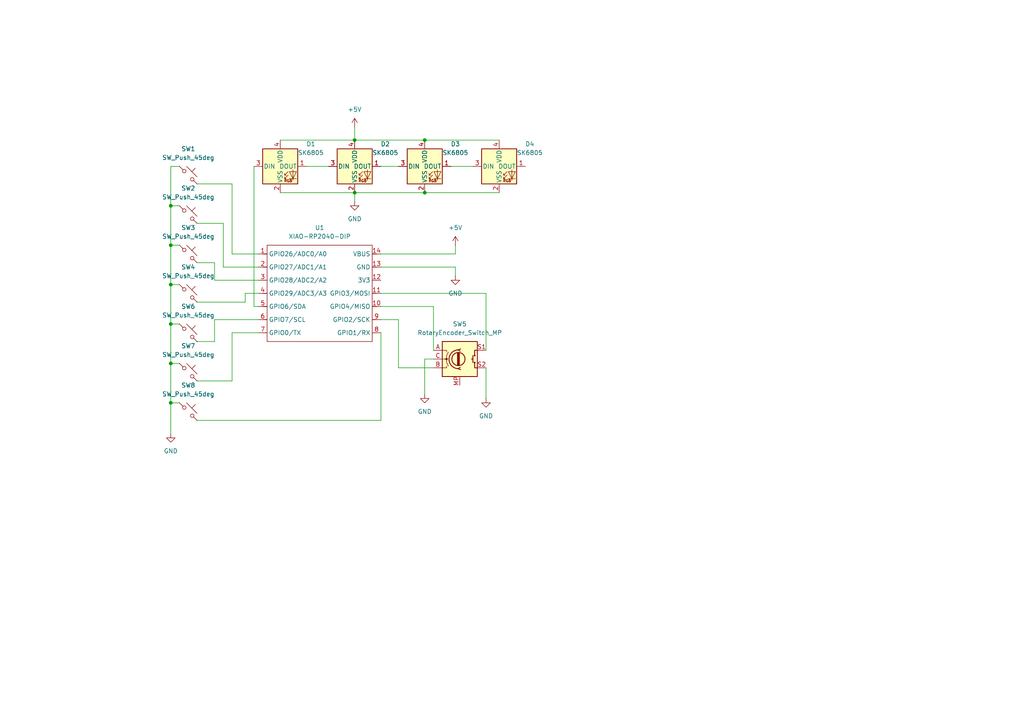
<source format=kicad_sch>
(kicad_sch (version 20250114) (generator "eeschema") (generator_version "9.0")
  (paper "A4")
  (lib_symbols
    (symbol "Device:RotaryEncoder_Switch_MP" (pin_names (offset 0.254) (hide yes))
      (property "Reference" "SW" (at 0 8.89 0))
      (property "Value" "RotaryEncoder_Switch_MP" (at 0 6.35 0))
      (symbol "RotaryEncoder_Switch_MP_0_1"
        (rectangle (start -5.08 5.08) (end 5.08 -5.08) (stroke (width 0.254)) (fill (type background)))
        (polyline (pts (xy -5.08 2.54) (xy -3.81 2.54) (xy -3.81 2.032)))
        (polyline (pts (xy -5.08 0) (xy -3.81 0) (xy -3.81 -1.016) (xy -3.302 -2.032)))
        (polyline (pts (xy -5.08 -2.54) (xy -3.81 -2.54) (xy -3.81 -2.032)))
        (polyline (pts (xy -4.318 0) (xy -3.81 0) (xy -3.81 1.016) (xy -3.302 2.032)))
        (circle (center -3.81 0) (radius 0.254) (fill (type outline)))
        (polyline (pts (xy -0.635 -1.778) (xy -0.635 1.778)) (stroke (width 0.254)))
        (circle (center -0.381 0) (radius 1.905) (stroke (width 0.254)))
        (polyline (pts (xy -0.381 -1.778) (xy -0.381 1.778)) (stroke (width 0.254)))
        (arc (start -0.381 -2.794) (mid -3.0988 -0.0635) (end -0.381 2.667) (stroke (width 0.254)))
        (polyline (pts (xy -0.127 1.778) (xy -0.127 -1.778)) (stroke (width 0.254)))
        (polyline (pts (xy 0.254 2.921) (xy -0.508 2.667) (xy 0.127 2.286)) (stroke (width 0.254)))
        (polyline (pts (xy 0.254 -3.048) (xy -0.508 -2.794) (xy 0.127 -2.413)) (stroke (width 0.254)))
        (polyline (pts (xy 3.81 1.016) (xy 3.81 -1.016)) (stroke (width 0.254)))
        (polyline (pts (xy 3.81 0) (xy 3.429 0)) (stroke (width 0.254)))
        (circle (center 4.318 1.016) (radius 0.127) (stroke (width 0.254)))
        (circle (center 4.318 -1.016) (radius 0.127) (stroke (width 0.254)))
        (polyline (pts (xy 5.08 2.54) (xy 4.318 2.54) (xy 4.318 1.016)) (stroke (width 0.254)))
        (polyline (pts (xy 5.08 -2.54) (xy 4.318 -2.54) (xy 4.318 -1.016)) (stroke (width 0.254)))
      )
      (symbol "RotaryEncoder_Switch_MP_1_1"
        (pin passive line (at -7.62 2.54 0) (length 2.54) (name "A") (number "A"))
        (pin passive line (at -7.62 0 0) (length 2.54) (name "C") (number "C"))
        (pin passive line (at -7.62 -2.54 0) (length 2.54) (name "B") (number "B"))
        (pin passive line (at 0 -7.62 90) (length 2.54) (name "MP") (number "MP"))
        (pin passive line (at 7.62 2.54 180) (length 2.54) (name "S1") (number "S1"))
        (pin passive line (at 7.62 -2.54 180) (length 2.54) (name "S2") (number "S2"))
      )
    )
    (symbol "LED:SK6805" (pin_names (offset 0.254))
      (property "Reference" "D" (at 5.08 5.715 0))
      (property "Value" "SK6805" (at 1.27 -5.715 0))
      (symbol "SK6805_0_0"
        (text "RGB" (at 2.286 -4.191 0) (effects (font (size 0.762 0.762))))
      )
      (symbol "SK6805_0_1"
        (polyline (pts (xy 1.27 -2.54) (xy 1.778 -2.54)))
        (polyline (pts (xy 1.27 -3.556) (xy 1.778 -3.556)))
        (polyline (pts (xy 2.286 -1.524) (xy 1.27 -2.54) (xy 1.27 -2.032)))
        (polyline (pts (xy 2.286 -2.54) (xy 1.27 -3.556) (xy 1.27 -3.048)))
        (polyline (pts (xy 3.683 -1.016) (xy 3.683 -3.556) (xy 3.683 -4.064)))
        (polyline (pts (xy 4.699 -1.524) (xy 2.667 -1.524) (xy 3.683 -3.556) (xy 4.699 -1.524)))
        (polyline (pts (xy 4.699 -3.556) (xy 2.667 -3.556)))
        (rectangle (start 5.08 5.08) (end -5.08 -5.08) (stroke (width 0.254)) (fill (type background)))
      )
      (symbol "SK6805_1_1"
        (pin input line (at -7.62 0 0) (length 2.54) (name "DIN") (number "3"))
        (pin power_in line (at 0 7.62 270) (length 2.54) (name "VDD") (number "4"))
        (pin power_in line (at 0 -7.62 90) (length 2.54) (name "VSS") (number "2"))
        (pin output line (at 7.62 0 180) (length 2.54) (name "DOUT") (number "1"))
      )
    )
    (symbol "Switch:SW_Push_45deg" (pin_numbers (hide yes)) (pin_names (offset 1.016) (hide yes))
      (property "Reference" "SW" (at 3.048 1.016 0))
      (property "Value" "SW_Push_45deg" (at 0 -3.81 0))
      (symbol "SW_Push_45deg_0_1"
        (polyline (pts (xy -2.54 2.54) (xy -1.524 1.524) (xy -1.524 1.524)))
        (circle (center -1.1684 1.1684) (radius 0.508))
        (polyline (pts (xy -0.508 2.54) (xy 2.54 -0.508)))
        (polyline (pts (xy 1.016 1.016) (xy 2.032 2.032)))
        (circle (center 1.143 -1.1938) (radius 0.508))
        (polyline (pts (xy 1.524 -1.524) (xy 2.54 -2.54) (xy 2.54 -2.54) (xy 2.54 -2.54)))
        (pin passive line (at -2.54 2.54 0) (length 0) (name "1") (number "1"))
        (pin passive line (at 2.54 -2.54 180) (length 0) (name "2") (number "2"))
      )
    )
    (symbol "XIAO:XIAO-RP2040-DIP"
      (property "Reference" "U" (at 0 0 0))
      (property "Value" "XIAO-RP2040-DIP" (at 5.334 -1.778 0))
      (symbol "XIAO-RP2040-DIP_1_0"
        (polyline (pts (xy -1.27 -2.54) (xy 29.21 -2.54)) (stroke (width 0.1524)))
        (polyline (pts (xy -1.27 -5.08) (xy -2.54 -5.08)) (stroke (width 0.1524)))
        (polyline (pts (xy -1.27 -5.08) (xy -1.27 -2.54)) (stroke (width 0.1524)))
        (polyline (pts (xy -1.27 -8.89) (xy -2.54 -8.89)) (stroke (width 0.1524)))
        (polyline (pts (xy -1.27 -8.89) (xy -1.27 -5.08)) (stroke (width 0.1524)))
        (polyline (pts (xy -1.27 -12.7) (xy -2.54 -12.7)) (stroke (width 0.1524)))
        (polyline (pts (xy -1.27 -12.7) (xy -1.27 -8.89)) (stroke (width 0.1524)))
        (polyline (pts (xy -1.27 -16.51) (xy -2.54 -16.51)) (stroke (width 0.1524)))
        (polyline (pts (xy -1.27 -16.51) (xy -1.27 -12.7)) (stroke (width 0.1524)))
        (polyline (pts (xy -1.27 -20.32) (xy -2.54 -20.32)) (stroke (width 0.1524)))
        (polyline (pts (xy -1.27 -24.13) (xy -2.54 -24.13)) (stroke (width 0.1524)))
        (polyline (pts (xy -1.27 -27.94) (xy -2.54 -27.94)) (stroke (width 0.1524)))
        (polyline (pts (xy -1.27 -30.48) (xy -1.27 -16.51)) (stroke (width 0.1524)))
        (polyline (pts (xy 29.21 -2.54) (xy 29.21 -5.08)) (stroke (width 0.1524)))
        (polyline (pts (xy 29.21 -5.08) (xy 29.21 -8.89)) (stroke (width 0.1524)))
        (polyline (pts (xy 29.21 -8.89) (xy 29.21 -12.7)) (stroke (width 0.1524)))
        (polyline (pts (xy 29.21 -12.7) (xy 29.21 -30.48)) (stroke (width 0.1524)))
        (polyline (pts (xy 29.21 -30.48) (xy -1.27 -30.48)) (stroke (width 0.1524)))
        (polyline (pts (xy 30.48 -5.08) (xy 29.21 -5.08)) (stroke (width 0.1524)))
        (polyline (pts (xy 30.48 -8.89) (xy 29.21 -8.89)) (stroke (width 0.1524)))
        (polyline (pts (xy 30.48 -12.7) (xy 29.21 -12.7)) (stroke (width 0.1524)))
        (polyline (pts (xy 30.48 -16.51) (xy 29.21 -16.51)) (stroke (width 0.1524)))
        (polyline (pts (xy 30.48 -20.32) (xy 29.21 -20.32)) (stroke (width 0.1524)))
        (polyline (pts (xy 30.48 -24.13) (xy 29.21 -24.13)) (stroke (width 0.1524)))
        (polyline (pts (xy 30.48 -27.94) (xy 29.21 -27.94)) (stroke (width 0.1524)))
        (pin passive line (at -3.81 -5.08 0) (length 2.54) (name "GPIO26/ADC0/A0") (number "1"))
        (pin passive line (at -3.81 -8.89 0) (length 2.54) (name "GPIO27/ADC1/A1") (number "2"))
        (pin passive line (at -3.81 -12.7 0) (length 2.54) (name "GPIO28/ADC2/A2") (number "3"))
        (pin passive line (at -3.81 -16.51 0) (length 2.54) (name "GPIO29/ADC3/A3") (number "4"))
        (pin passive line (at -3.81 -20.32 0) (length 2.54) (name "GPIO6/SDA") (number "5"))
        (pin passive line (at -3.81 -24.13 0) (length 2.54) (name "GPIO7/SCL") (number "6"))
        (pin passive line (at -3.81 -27.94 0) (length 2.54) (name "GPIO0/TX") (number "7"))
        (pin passive line (at 31.75 -5.08 180) (length 2.54) (name "VBUS") (number "14"))
        (pin passive line (at 31.75 -8.89 180) (length 2.54) (name "GND") (number "13"))
        (pin passive line (at 31.75 -12.7 180) (length 2.54) (name "3V3") (number "12"))
        (pin passive line (at 31.75 -16.51 180) (length 2.54) (name "GPIO3/MOSI") (number "11"))
        (pin passive line (at 31.75 -20.32 180) (length 2.54) (name "GPIO4/MISO") (number "10"))
        (pin passive line (at 31.75 -24.13 180) (length 2.54) (name "GPIO2/SCK") (number "9"))
        (pin passive line (at 31.75 -27.94 180) (length 2.54) (name "GPIO1/RX") (number "8"))
      )
    )
    (symbol "power:+5V" (power) (pin_numbers (hide yes)) (pin_names (offset 0) (hide yes))
      (property "Value" "+5V" (at 0 3.556 0))
      (symbol "+5V_0_1"
        (polyline (pts (xy -0.762 1.27) (xy 0 2.54)))
        (polyline (pts (xy 0 2.54) (xy 0.762 1.27)))
        (polyline (pts (xy 0 0) (xy 0 2.54)))
      )
      (symbol "+5V_1_1"
        (pin power_in line (at 0 0 90) (length 0) (name "~") (number "1"))
      )
    )
    (symbol "power:GND" (power) (pin_numbers (hide yes)) (pin_names (offset 0) (hide yes))
      (property "Value" "GND" (at 0 -3.81 0))
      (symbol "GND_0_1"
        (polyline (pts (xy 0 0) (xy 0 -1.27) (xy 1.27 -1.27) (xy 0 -2.54) (xy -1.27 -1.27) (xy 0 -1.27)))
      )
      (symbol "GND_1_1"
        (pin power_in line (at 0 0 270) (length 0) (name "~") (number "1"))
      )
    )
  )
  (junction (at 123.19 55.88))
  (junction (at 123.19 40.64))
  (junction (at 102.87 55.88))
  (junction (at 49.53 71.12))
  (junction (at 49.53 82.55))
  (junction (at 49.53 105.41))
  (junction (at 102.87 40.64))
  (junction (at 49.53 59.69))
  (junction (at 49.53 116.84))
  (junction (at 49.53 93.98))
  (wire (pts (xy 140.97 106.68) (xy 140.97 115.57)))
  (wire (pts (xy 49.53 116.84) (xy 49.53 125.73)))
  (wire (pts (xy 49.53 116.84) (xy 52.07 116.84)))
  (wire (pts (xy 49.53 105.41) (xy 52.07 105.41)))
  (wire (pts (xy 62.23 92.71) (xy 74.93 92.71)))
  (wire (pts (xy 115.57 92.71) (xy 110.49 92.71)))
  (wire (pts (xy 110.49 48.26) (xy 115.57 48.26)))
  (wire (pts (xy 57.15 110.49) (xy 67.31 110.49)))
  (wire (pts (xy 123.19 55.88) (xy 144.78 55.88)))
  (wire (pts (xy 57.15 87.63) (xy 71.12 87.63)))
  (wire (pts (xy 62.23 99.06) (xy 57.15 99.06)))
  (wire (pts (xy 81.28 40.64) (xy 102.87 40.64)))
  (wire (pts (xy 110.49 96.52) (xy 110.49 121.92)))
  (wire (pts (xy 49.53 82.55) (xy 52.07 82.55)))
  (wire (pts (xy 71.12 87.63) (xy 71.12 85.09)))
  (wire (pts (xy 102.87 55.88) (xy 102.87 58.42)))
  (wire (pts (xy 110.49 73.66) (xy 132.08 73.66)))
  (wire (pts (xy 102.87 55.88) (xy 123.19 55.88)))
  (wire (pts (xy 110.49 77.47) (xy 132.08 77.47)))
  (wire (pts (xy 49.53 59.69) (xy 52.07 59.69)))
  (wire (pts (xy 64.77 77.47) (xy 74.93 77.47)))
  (wire (pts (xy 102.87 40.64) (xy 123.19 40.64)))
  (wire (pts (xy 49.53 48.26) (xy 49.53 59.69)))
  (wire (pts (xy 62.23 92.71) (xy 62.23 99.06)))
  (wire (pts (xy 140.97 85.09) (xy 110.49 85.09)))
  (wire (pts (xy 49.53 59.69) (xy 49.53 71.12)))
  (wire (pts (xy 49.53 93.98) (xy 52.07 93.98)))
  (wire (pts (xy 123.19 104.14) (xy 123.19 114.3)))
  (wire (pts (xy 132.08 73.66) (xy 132.08 71.12)))
  (wire (pts (xy 64.77 64.77) (xy 64.77 77.47)))
  (wire (pts (xy 125.73 104.14) (xy 123.19 104.14)))
  (wire (pts (xy 115.57 106.68) (xy 115.57 92.71)))
  (wire (pts (xy 49.53 71.12) (xy 49.53 82.55)))
  (wire (pts (xy 73.66 48.26) (xy 73.66 88.9)))
  (wire (pts (xy 49.53 105.41) (xy 49.53 116.84)))
  (wire (pts (xy 57.15 76.2) (xy 62.23 76.2)))
  (wire (pts (xy 125.73 88.9) (xy 110.49 88.9)))
  (wire (pts (xy 123.19 40.64) (xy 144.78 40.64)))
  (wire (pts (xy 49.53 71.12) (xy 52.07 71.12)))
  (wire (pts (xy 49.53 82.55) (xy 49.53 93.98)))
  (wire (pts (xy 102.87 36.83) (xy 102.87 40.64)))
  (wire (pts (xy 62.23 76.2) (xy 62.23 81.28)))
  (wire (pts (xy 132.08 77.47) (xy 132.08 80.01)))
  (wire (pts (xy 67.31 73.66) (xy 74.93 73.66)))
  (wire (pts (xy 140.97 101.6) (xy 140.97 85.09)))
  (wire (pts (xy 67.31 96.52) (xy 74.93 96.52)))
  (wire (pts (xy 73.66 88.9) (xy 74.93 88.9)))
  (wire (pts (xy 49.53 93.98) (xy 49.53 105.41)))
  (wire (pts (xy 88.9 48.26) (xy 95.25 48.26)))
  (wire (pts (xy 110.49 121.92) (xy 57.15 121.92)))
  (wire (pts (xy 52.07 48.26) (xy 49.53 48.26)))
  (wire (pts (xy 125.73 101.6) (xy 125.73 88.9)))
  (wire (pts (xy 125.73 106.68) (xy 115.57 106.68)))
  (wire (pts (xy 81.28 55.88) (xy 102.87 55.88)))
  (wire (pts (xy 67.31 53.34) (xy 67.31 73.66)))
  (wire (pts (xy 57.15 53.34) (xy 67.31 53.34)))
  (wire (pts (xy 71.12 85.09) (xy 74.93 85.09)))
  (wire (pts (xy 130.81 48.26) (xy 137.16 48.26)))
  (wire (pts (xy 67.31 110.49) (xy 67.31 96.52)))
  (wire (pts (xy 57.15 64.77) (xy 64.77 64.77)))
  (wire (pts (xy 62.23 81.28) (xy 74.93 81.28)))
  (symbol (lib_id "Switch:SW_Push_45deg") (at 54.61 50.8 0) (unit 1)
    (property "Reference" "SW1" (at 54.61 43.18 0))
    (property "Value" "SW_Push_45deg" (at 54.61 45.72 0))
    (property "Footprint" "PCM_Switch_Keyboard_Cherry_MX:SW_Cherry_MX_PCB_1.00u" (effects (hide yes)))
    (property "Description" "Push button switch, normally open, two pins, 45° tilted" (effects (hide yes)))
  )
  (symbol (lib_id "power:GND") (at 132.08 80.01 0) (unit 1)
    (property "Reference" "#PWR04" (effects (hide yes)))
    (property "Value" "GND" (at 132.08 85.09 0))
    (property "Description" "Power symbol creates a global label with name \"GND\" , ground" (effects (hide yes)))
  )
  (symbol (lib_id "Switch:SW_Push_45deg") (at 54.61 62.23 0) (unit 1)
    (property "Reference" "SW2" (at 54.61 54.61 0))
    (property "Value" "SW_Push_45deg" (at 54.61 57.15 0))
    (property "Footprint" "PCM_Switch_Keyboard_Cherry_MX:SW_Cherry_MX_PCB_1.00u" (effects (hide yes)))
    (property "Description" "Push button switch, normally open, two pins, 45° tilted" (effects (hide yes)))
  )
  (symbol (lib_id "XIAO:XIAO-RP2040-DIP") (at 78.74 68.58 0) (unit 1)
    (property "Reference" "U1" (at 92.71 66.04 0))
    (property "Value" "XIAO-RP2040-DIP" (at 92.71 68.58 0))
    (property "Footprint" "Seeed Studio XIAO Series Library:XIAO-RP2040-SMD" (effects (hide yes)))
  )
  (symbol (lib_id "power:+5V") (at 102.87 36.83 0) (unit 1)
    (property "Reference" "#PWR01" (effects (hide yes)))
    (property "Value" "+5V" (at 102.87 31.75 0))
    (property "Description" "Power symbol creates a global label with name \"+5V\"" (effects (hide yes)))
  )
  (symbol (lib_id "Switch:SW_Push_45deg") (at 54.61 73.66 0) (unit 1)
    (property "Reference" "SW3" (at 54.61 66.04 0))
    (property "Value" "SW_Push_45deg" (at 54.61 68.58 0))
    (property "Footprint" "PCM_Switch_Keyboard_Cherry_MX:SW_Cherry_MX_PCB_1.00u" (effects (hide yes)))
    (property "Description" "Push button switch, normally open, two pins, 45° tilted" (effects (hide yes)))
  )
  (symbol (lib_id "LED:SK6805") (at 81.28 48.26 0) (unit 1)
    (property "Reference" "D1" (at 90.17 41.7699 0))
    (property "Value" "SK6805" (at 90.17 44.3099 0))
    (property "Footprint" "LED_SMD:LED_SK6805_PLCC4_2.4x2.7mm_P1.3mm" (effects (hide yes)))
    (property "Datasheet" "https://cdn-shop.adafruit.com/product-files/3484/3484_Datasheet.pdf" (effects (hide yes)))
    (property "Description" "RGB LED with integrated controller" (effects (hide yes)))
  )
  (symbol (lib_id "LED:SK6805") (at 123.19 48.26 0) (unit 1)
    (property "Reference" "D3" (at 132.08 41.7699 0))
    (property "Value" "SK6805" (at 132.08 44.3099 0))
    (property "Footprint" "LED_SMD:LED_SK6805_PLCC4_2.4x2.7mm_P1.3mm" (effects (hide yes)))
    (property "Datasheet" "https://cdn-shop.adafruit.com/product-files/3484/3484_Datasheet.pdf" (effects (hide yes)))
    (property "Description" "RGB LED with integrated controller" (effects (hide yes)))
  )
  (symbol (lib_id "Switch:SW_Push_45deg") (at 54.61 85.09 0) (unit 1)
    (property "Reference" "SW4" (at 54.61 77.47 0))
    (property "Value" "SW_Push_45deg" (at 54.61 80.01 0))
    (property "Footprint" "PCM_Switch_Keyboard_Cherry_MX:SW_Cherry_MX_PCB_1.00u" (effects (hide yes)))
    (property "Description" "Push button switch, normally open, two pins, 45° tilted" (effects (hide yes)))
  )
  (symbol (lib_id "power:GND") (at 49.53 125.73 0) (unit 1)
    (property "Reference" "#PWR05" (effects (hide yes)))
    (property "Value" "GND" (at 49.53 130.81 0))
    (property "Description" "Power symbol creates a global label with name \"GND\" , ground" (effects (hide yes)))
  )
  (symbol (lib_id "power:GND") (at 123.19 114.3 0) (unit 1)
    (property "Reference" "#PWR06" (effects (hide yes)))
    (property "Value" "GND" (at 123.19 119.38 0))
    (property "Description" "Power symbol creates a global label with name \"GND\" , ground" (effects (hide yes)))
  )
  (symbol (lib_id "power:GND") (at 102.87 58.42 0) (unit 1)
    (property "Reference" "#PWR02" (effects (hide yes)))
    (property "Value" "GND" (at 102.87 63.5 0))
    (property "Description" "Power symbol creates a global label with name \"GND\" , ground" (effects (hide yes)))
  )
  (symbol (lib_id "Switch:SW_Push_45deg") (at 54.61 119.38 0) (unit 1)
    (property "Reference" "SW8" (at 54.61 111.76 0))
    (property "Value" "SW_Push_45deg" (at 54.61 114.3 0))
    (property "Footprint" "PCM_Switch_Keyboard_Cherry_MX:SW_Cherry_MX_PCB_1.00u" (effects (hide yes)))
    (property "Description" "Push button switch, normally open, two pins, 45° tilted" (effects (hide yes)))
  )
  (symbol (lib_id "LED:SK6805") (at 144.78 48.26 0) (unit 1)
    (property "Reference" "D4" (at 153.67 41.7699 0))
    (property "Value" "SK6805" (at 153.67 44.3099 0))
    (property "Footprint" "LED_SMD:LED_SK6805_PLCC4_2.4x2.7mm_P1.3mm" (effects (hide yes)))
    (property "Datasheet" "https://cdn-shop.adafruit.com/product-files/3484/3484_Datasheet.pdf" (effects (hide yes)))
    (property "Description" "RGB LED with integrated controller" (effects (hide yes)))
  )
  (symbol (lib_id "power:+5V") (at 132.08 71.12 0) (unit 1)
    (property "Reference" "#PWR03" (effects (hide yes)))
    (property "Value" "+5V" (at 132.08 66.04 0))
    (property "Description" "Power symbol creates a global label with name \"+5V\"" (effects (hide yes)))
  )
  (symbol (lib_id "Switch:SW_Push_45deg") (at 54.61 96.52 0) (unit 1)
    (property "Reference" "SW6" (at 54.61 88.9 0))
    (property "Value" "SW_Push_45deg" (at 54.61 91.44 0))
    (property "Footprint" "PCM_Switch_Keyboard_Cherry_MX:SW_Cherry_MX_PCB_1.00u" (effects (hide yes)))
    (property "Description" "Push button switch, normally open, two pins, 45° tilted" (effects (hide yes)))
  )
  (symbol (lib_id "LED:SK6805") (at 102.87 48.26 0) (unit 1)
    (property "Reference" "D2" (at 111.76 41.7699 0))
    (property "Value" "SK6805" (at 111.76 44.3099 0))
    (property "Footprint" "LED_SMD:LED_SK6805_PLCC4_2.4x2.7mm_P1.3mm" (effects (hide yes)))
    (property "Datasheet" "https://cdn-shop.adafruit.com/product-files/3484/3484_Datasheet.pdf" (effects (hide yes)))
    (property "Description" "RGB LED with integrated controller" (effects (hide yes)))
  )
  (symbol (lib_id "Switch:SW_Push_45deg") (at 54.61 107.95 0) (unit 1)
    (property "Reference" "SW7" (at 54.61 100.33 0))
    (property "Value" "SW_Push_45deg" (at 54.61 102.87 0))
    (property "Footprint" "PCM_Switch_Keyboard_Cherry_MX:SW_Cherry_MX_PCB_1.00u" (effects (hide yes)))
    (property "Description" "Push button switch, normally open, two pins, 45° tilted" (effects (hide yes)))
  )
  (symbol (lib_id "Device:RotaryEncoder_Switch_MP") (at 133.35 104.14 0) (unit 1)
    (property "Reference" "SW5" (at 133.35 93.98 0))
    (property "Value" "RotaryEncoder_Switch_MP" (at 133.35 96.52 0))
    (property "Footprint" "Rotary_Encoder:RotaryEncoder_Alps_EC11E-Switch_Vertical_H20mm_CircularMountingHoles" (effects (hide yes)))
    (property "Description" "Rotary encoder, dual channel, incremental quadrate outputs, with switch and MP Pin" (effects (hide yes)))
  )
  (symbol (lib_id "power:GND") (at 140.97 115.57 0) (unit 1)
    (property "Reference" "#PWR07" (effects (hide yes)))
    (property "Value" "GND" (at 140.97 120.65 0))
    (property "Description" "Power symbol creates a global label with name \"GND\" , ground" (effects (hide yes)))
  )
)
</source>
